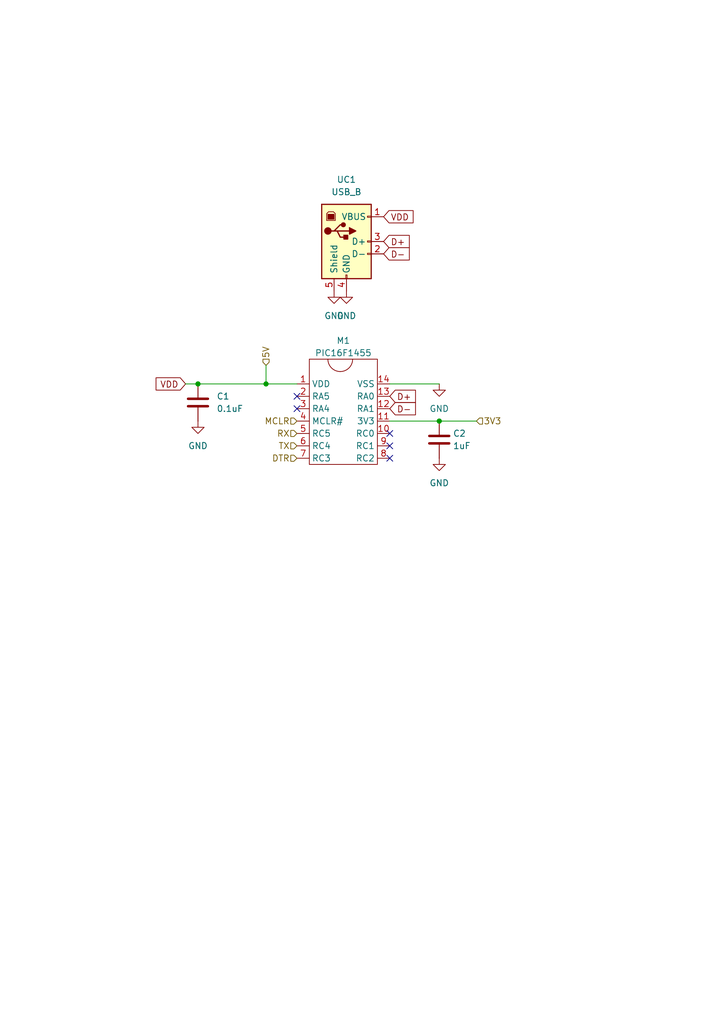
<source format=kicad_sch>
(kicad_sch (version 20231120) (generator "eeschema") (generator_version "8.0")
  (paper "A5" portrait)
  (lib_symbols
    (symbol "0Ore:PIC16F1455"
      (property "Reference" "U" (at 0 0 0))
      (symbol "PIC16F1455_0_1"
        (rectangle (start -7.62 22.86) (end 6.35 1.27))
        (arc (start -3.81 22.86) (mid -3.0661 21.0639) (end -1.27 20.32))
        (arc (start -1.27 20.32) (mid 0.5261 21.0639) (end 1.27 22.86))
      )
      (symbol "PIC16F1455_1_1"
        (pin output line (at -10.16 17.78 0) (length 2.54) (name "VDD") (number "1"))
        (pin bidirectional line (at 8.89 7.62 180) (length 2.54) (name "RC0") (number "10"))
        (pin output line (at 8.89 10.16 180) (length 2.54) (name "3V3") (number "11"))
        (pin bidirectional line (at 8.89 12.7 180) (length 2.54) (name "RA1") (number "12"))
        (pin bidirectional line (at 8.89 15.24 180) (length 2.54) (name "RA0") (number "13"))
        (pin output line (at 8.89 17.78 180) (length 2.54) (name "VSS") (number "14"))
        (pin bidirectional line (at -10.16 15.24 0) (length 2.54) (name "RA5") (number "2"))
        (pin bidirectional line (at -10.16 12.7 0) (length 2.54) (name "RA4") (number "3"))
        (pin input line (at -10.16 10.16 0) (length 2.54) (name "MCLR#") (number "4"))
        (pin bidirectional line (at -10.16 7.62 0) (length 2.54) (name "RC5") (number "5"))
        (pin bidirectional line (at -10.16 5.08 0) (length 2.54) (name "RC4") (number "6"))
        (pin bidirectional line (at -10.16 2.54 0) (length 2.54) (name "RC3") (number "7"))
        (pin bidirectional line (at 8.89 2.54 180) (length 2.54) (name "RC2") (number "8"))
        (pin bidirectional line (at 8.89 5.08 180) (length 2.54) (name "RC1") (number "9"))
      )
    )
    (symbol "Connector:USB_B" (pin_names (offset 1.016))
      (property "Reference" "J" (at -5.08 11.43 0))
      (property "Value" "USB_B" (at -5.08 8.89 0))
      (symbol "USB_B_0_1"
        (rectangle (start -5.08 -7.62) (end 5.08 7.62) (stroke (width 0.254)) (fill (type background)))
        (circle (center -3.81 2.159) (radius 0.635) (stroke (width 0.254)) (fill (type outline)))
        (rectangle (start -3.81 5.588) (end -2.54 4.572) (fill (type outline)))
        (circle (center -0.635 3.429) (radius 0.381) (stroke (width 0.254)) (fill (type outline)))
        (rectangle (start -0.127 -7.62) (end 0.127 -6.858))
        (polyline (pts (xy -1.905 2.159) (xy 0.635 2.159)) (stroke (width 0.254)))
        (polyline (pts (xy -3.175 2.159) (xy -2.54 2.159) (xy -1.27 3.429) (xy -0.635 3.429)) (stroke (width 0.254)))
        (polyline (pts (xy -2.54 2.159) (xy -1.905 2.159) (xy -1.27 0.889) (xy 0 0.889)) (stroke (width 0.254)))
        (polyline (pts (xy 0.635 2.794) (xy 0.635 1.524) (xy 1.905 2.159) (xy 0.635 2.794)) (stroke (width 0.254)) (fill (type outline)))
        (polyline (pts (xy -4.064 4.318) (xy -2.286 4.318) (xy -2.286 5.715) (xy -2.667 6.096) (xy -3.683 6.096) (xy -4.064 5.715) (xy -4.064 4.318)))
        (rectangle (start 0.254 1.27) (end -0.508 0.508) (stroke (width 0.254)) (fill (type outline)))
        (rectangle (start 5.08 -2.667) (end 4.318 -2.413))
        (rectangle (start 5.08 -0.127) (end 4.318 0.127))
        (rectangle (start 5.08 4.953) (end 4.318 5.207))
      )
      (symbol "USB_B_1_1"
        (pin power_out line (at 7.62 5.08 180) (length 2.54) (name "VBUS") (number "1"))
        (pin bidirectional line (at 7.62 -2.54 180) (length 2.54) (name "D-") (number "2"))
        (pin bidirectional line (at 7.62 0 180) (length 2.54) (name "D+") (number "3"))
        (pin power_out line (at 0 -10.16 90) (length 2.54) (name "GND") (number "4"))
        (pin passive line (at -2.54 -10.16 90) (length 2.54) (name "Shield") (number "5"))
      )
    )
    (symbol "Device:C" (pin_numbers hide) (pin_names (offset 0.254))
      (property "Reference" "C" (at 0.635 2.54 0))
      (property "Value" "C" (at 0.635 -2.54 0))
      (symbol "C_0_1"
        (polyline (pts (xy -2.032 -0.762) (xy 2.032 -0.762)) (stroke (width 0.508)))
        (polyline (pts (xy -2.032 0.762) (xy 2.032 0.762)) (stroke (width 0.508)))
      )
      (symbol "C_1_1"
        (pin passive line (at 0 3.81 270) (length 2.794) (name "~") (number "1"))
        (pin passive line (at 0 -3.81 90) (length 2.794) (name "~") (number "2"))
      )
    )
    (symbol "power:GND" (power) (pin_numbers hide) (pin_names (offset 0) hide)
      (property "Value" "GND" (at 0 -3.81 0))
      (symbol "GND_0_1"
        (polyline (pts (xy 0 0) (xy 0 -1.27) (xy 1.27 -1.27) (xy 0 -2.54) (xy -1.27 -1.27) (xy 0 -1.27)))
      )
      (symbol "GND_1_1"
        (pin power_in line (at 0 0 270) (length 0) (name "~") (number "1"))
      )
    )
  )
  (junction (at 90.17 86.36))
  (junction (at 54.61 78.74))
  (junction (at 40.64 78.74))
  (no_connect (at 80.01 93.98))
  (no_connect (at 60.96 81.28))
  (no_connect (at 80.01 88.9))
  (no_connect (at 60.96 83.82))
  (no_connect (at 80.01 91.44))
  (wire (pts (xy 54.61 74.93) (xy 54.61 78.74)))
  (wire (pts (xy 80.01 78.74) (xy 90.17 78.74)))
  (wire (pts (xy 38.1 78.74) (xy 40.64 78.74)))
  (wire (pts (xy 54.61 78.74) (xy 60.96 78.74)))
  (wire (pts (xy 97.79 86.36) (xy 90.17 86.36)))
  (wire (pts (xy 80.01 86.36) (xy 90.17 86.36)))
  (wire (pts (xy 40.64 78.74) (xy 54.61 78.74)))
  (global_label "D-" (shape input) (at 78.74 52.07 0) (property "Intersheetrefs" "${INTERSHEET_REFS}" (effects (hide yes))))
  (global_label "D+" (shape input) (at 78.74 49.53 0) (property "Intersheetrefs" "${INTERSHEET_REFS}" (effects (hide yes))))
  (global_label "D-" (shape input) (at 80.01 83.82 0) (property "Intersheetrefs" "${INTERSHEET_REFS}" (effects (hide yes))))
  (global_label "VDD" (shape input) (at 78.74 44.45 0) (property "Intersheetrefs" "${INTERSHEET_REFS}" (effects (hide yes))))
  (global_label "D+" (shape input) (at 80.01 81.28 0) (property "Intersheetrefs" "${INTERSHEET_REFS}" (effects (hide yes))))
  (global_label "VDD" (shape input) (at 38.1 78.74 180) (property "Intersheetrefs" "${INTERSHEET_REFS}" (effects (hide yes))))
  (hierarchical_label "MCLR" (shape input) (at 60.96 86.36 180))
  (hierarchical_label "TX" (shape input) (at 60.96 91.44 180))
  (hierarchical_label "RX" (shape input) (at 60.96 88.9 180))
  (hierarchical_label "3V3" (shape input) (at 97.79 86.36 0))
  (hierarchical_label "5V" (shape input) (at 54.61 74.93 90))
  (hierarchical_label "DTR" (shape input) (at 60.96 93.98 180))
  (symbol (lib_id "power:GND") (at 90.17 93.98 0) (unit 1)
    (property "Reference" "#PWR04" (effects (hide yes)))
    (property "Value" "GND" (at 90.17 99.06 0))
    (property "Description" "Power symbol creates a global label with name \"GND\" , ground" (effects (hide yes)))
  )
  (symbol (lib_id "Device:C") (at 90.17 90.17 0) (unit 1)
    (property "Reference" "C2" (at 92.964 88.9 0) (effects (justify left)))
    (property "Value" "1uF" (at 92.964 91.44 0) (effects (justify left)))
    (property "Description" "Unpolarized capacitor" (effects (hide yes)))
  )
  (symbol (lib_id "Device:C") (at 40.64 82.55 0) (unit 1)
    (property "Reference" "C1" (at 44.45 81.2799 0) (effects (justify left)))
    (property "Value" "0.1uF" (at 44.45 83.8199 0) (effects (justify left)))
    (property "Description" "Unpolarized capacitor" (effects (hide yes)))
  )
  (symbol (lib_id "power:GND") (at 68.58 59.69 0) (unit 1)
    (property "Reference" "#PWR03" (effects (hide yes)))
    (property "Value" "GND" (at 68.58 64.77 0))
    (property "Description" "Power symbol creates a global label with name \"GND\" , ground" (effects (hide yes)))
  )
  (symbol (lib_id "power:GND") (at 90.17 78.74 0) (unit 1)
    (property "Reference" "#PWR02" (effects (hide yes)))
    (property "Value" "GND" (at 90.17 83.82 0))
    (property "Description" "Power symbol creates a global label with name \"GND\" , ground" (effects (hide yes)))
  )
  (symbol (lib_id "power:GND") (at 71.12 59.69 0) (unit 1)
    (property "Reference" "#PWR01" (effects (hide yes)))
    (property "Value" "GND" (at 71.12 64.77 0))
    (property "Description" "Power symbol creates a global label with name \"GND\" , ground" (effects (hide yes)))
  )
  (symbol (lib_id "Connector:USB_B") (at 71.12 49.53 0) (unit 1)
    (property "Reference" "UC1" (at 71.12 36.83 0))
    (property "Value" "USB_B" (at 71.12 39.37 0))
    (property "Datasheet" " ~" (effects (hide yes)))
    (property "Description" "USB Type B connector" (effects (hide yes)))
  )
  (symbol (lib_id "0Ore:PIC16F1455") (at 71.12 96.52 0) (unit 1)
    (property "Reference" "M1" (at 70.485 69.85 0))
    (property "Value" "PIC16F1455" (at 70.485 72.39 0))
  )
  (symbol (lib_id "power:GND") (at 40.64 86.36 0) (unit 1)
    (property "Reference" "#PWR05" (effects (hide yes)))
    (property "Value" "GND" (at 40.64 91.44 0))
    (property "Description" "Power symbol creates a global label with name \"GND\" , ground" (effects (hide yes)))
  )
)
</source>
